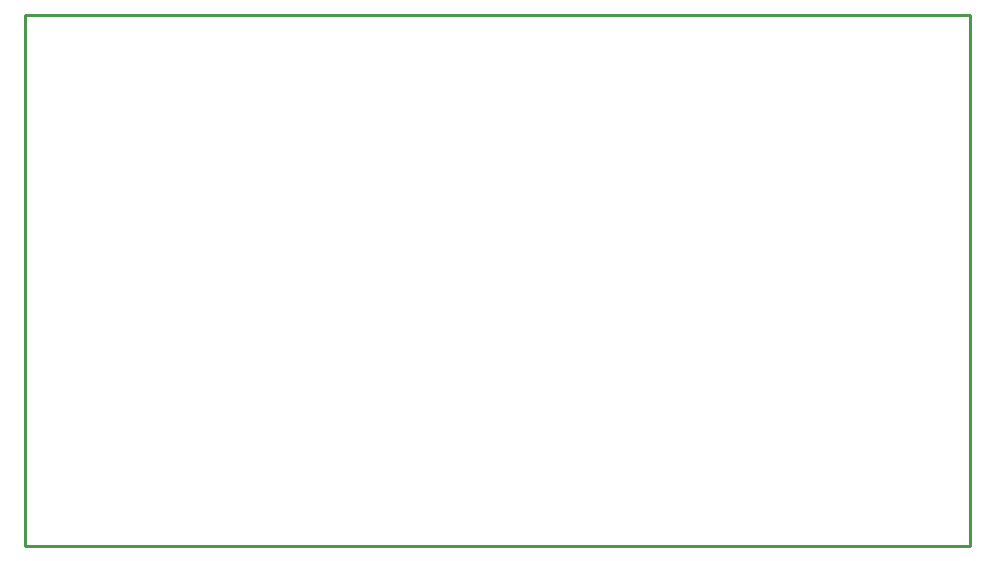
<source format=gm1>
G04*
G04 #@! TF.GenerationSoftware,Altium Limited,Altium Designer,25.0.2 (28)*
G04*
G04 Layer_Color=16711935*
%FSLAX44Y44*%
%MOMM*%
G71*
G04*
G04 #@! TF.SameCoordinates,BCD89E3A-21B1-4274-9852-F660C0645C88*
G04*
G04*
G04 #@! TF.FilePolarity,Positive*
G04*
G01*
G75*
%ADD14C,0.2540*%
D14*
X800000Y0D02*
Y450000D01*
X0Y0D02*
X800000D01*
X0Y450000D02*
X800000D01*
X0Y0D02*
Y450000D01*
M02*

</source>
